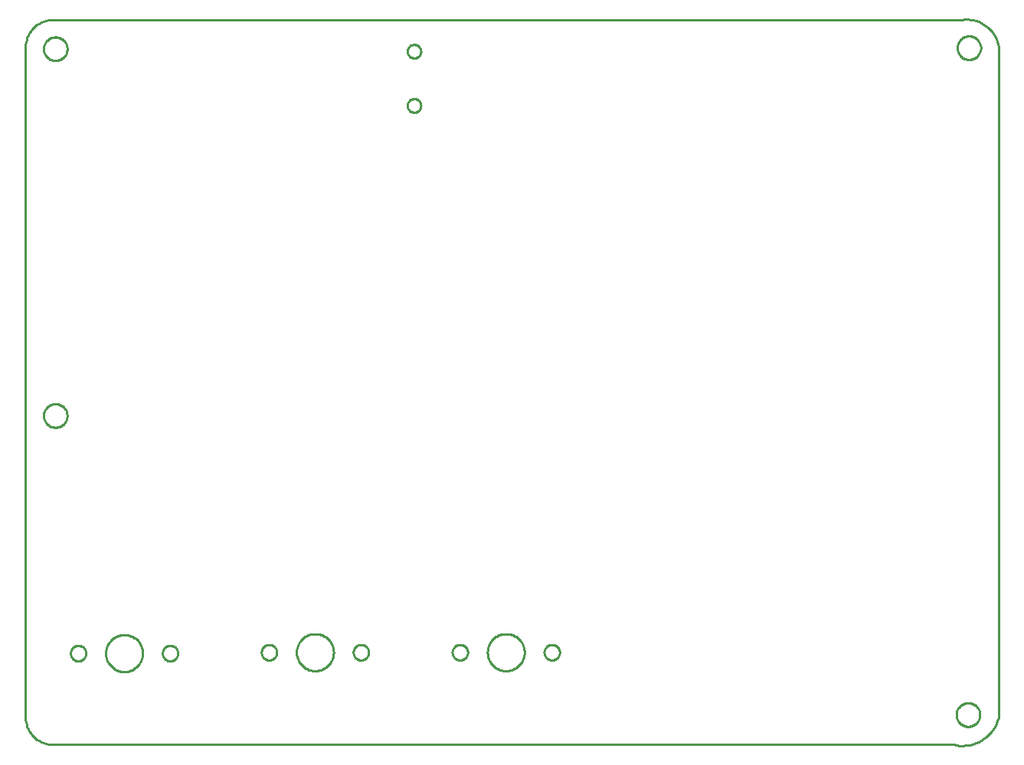
<source format=gbr>
G04 EAGLE Gerber RS-274X export*
G75*
%MOMM*%
%FSLAX34Y34*%
%LPD*%
%IN*%
%IPPOS*%
%AMOC8*
5,1,8,0,0,1.08239X$1,22.5*%
G01*
%ADD10C,0.254000*%


D10*
X-10000Y-20000D02*
X-9886Y-22615D01*
X-9544Y-25209D01*
X-8978Y-27765D01*
X-8191Y-30261D01*
X-7189Y-32679D01*
X-5981Y-35000D01*
X-4575Y-37207D01*
X-2981Y-39284D01*
X-1213Y-41213D01*
X716Y-42981D01*
X2793Y-44575D01*
X5000Y-45981D01*
X7321Y-47189D01*
X9739Y-48191D01*
X12235Y-48978D01*
X14791Y-49544D01*
X17385Y-49886D01*
X20000Y-50000D01*
X1015500Y-50000D01*
X1019024Y-50719D01*
X1022598Y-51129D01*
X1026193Y-51225D01*
X1029784Y-51008D01*
X1033342Y-50478D01*
X1036840Y-49641D01*
X1040252Y-48502D01*
X1043551Y-47070D01*
X1046713Y-45355D01*
X1049714Y-43372D01*
X1052530Y-41135D01*
X1055141Y-38660D01*
X1057526Y-35968D01*
X1059668Y-33078D01*
X1061549Y-30012D01*
X1063156Y-26794D01*
X1064476Y-23448D01*
X1065500Y-20000D01*
X1065500Y722200D01*
X1064931Y725231D01*
X1064100Y728202D01*
X1063013Y731088D01*
X1061679Y733869D01*
X1060108Y736523D01*
X1058311Y739030D01*
X1056302Y741371D01*
X1054098Y743528D01*
X1051713Y745484D01*
X1049167Y747226D01*
X1046479Y748738D01*
X1043670Y750011D01*
X1040760Y751034D01*
X1037772Y751799D01*
X1034729Y752302D01*
X1031654Y752537D01*
X1028569Y752503D01*
X1025500Y752200D01*
X20000Y752200D01*
X17385Y752086D01*
X14791Y751744D01*
X12235Y751178D01*
X9739Y750391D01*
X7321Y749389D01*
X5000Y748181D01*
X2793Y746775D01*
X716Y745181D01*
X-1213Y743413D01*
X-2981Y741484D01*
X-4575Y739407D01*
X-5981Y737200D01*
X-7189Y734879D01*
X-8191Y732461D01*
X-8978Y729965D01*
X-9544Y727409D01*
X-9886Y724815D01*
X-10000Y722200D01*
X-10000Y-20000D01*
X36000Y719536D02*
X35934Y718609D01*
X35802Y717690D01*
X35604Y716783D01*
X35343Y715892D01*
X35018Y715022D01*
X34632Y714177D01*
X34187Y713362D01*
X33685Y712581D01*
X33129Y711838D01*
X32521Y711136D01*
X31864Y710479D01*
X31162Y709871D01*
X30419Y709315D01*
X29638Y708813D01*
X28823Y708368D01*
X27978Y707982D01*
X27108Y707657D01*
X26217Y707396D01*
X25310Y707198D01*
X24391Y707066D01*
X23464Y707000D01*
X22536Y707000D01*
X21609Y707066D01*
X20690Y707198D01*
X19783Y707396D01*
X18892Y707657D01*
X18022Y707982D01*
X17177Y708368D01*
X16362Y708813D01*
X15581Y709315D01*
X14838Y709871D01*
X14136Y710479D01*
X13479Y711136D01*
X12871Y711838D01*
X12315Y712581D01*
X11813Y713362D01*
X11368Y714177D01*
X10982Y715022D01*
X10657Y715892D01*
X10396Y716783D01*
X10198Y717690D01*
X10066Y718609D01*
X10000Y719536D01*
X10000Y720464D01*
X10066Y721391D01*
X10198Y722310D01*
X10396Y723217D01*
X10657Y724108D01*
X10982Y724978D01*
X11368Y725823D01*
X11813Y726638D01*
X12315Y727419D01*
X12871Y728162D01*
X13479Y728864D01*
X14136Y729521D01*
X14838Y730129D01*
X15581Y730685D01*
X16362Y731187D01*
X17177Y731632D01*
X18022Y732018D01*
X18892Y732343D01*
X19783Y732604D01*
X20690Y732802D01*
X21609Y732934D01*
X22536Y733000D01*
X23464Y733000D01*
X24391Y732934D01*
X25310Y732802D01*
X26217Y732604D01*
X27108Y732343D01*
X27978Y732018D01*
X28823Y731632D01*
X29638Y731187D01*
X30419Y730685D01*
X31162Y730129D01*
X31864Y729521D01*
X32521Y728864D01*
X33129Y728162D01*
X33685Y727419D01*
X34187Y726638D01*
X34632Y725823D01*
X35018Y724978D01*
X35343Y724108D01*
X35604Y723217D01*
X35802Y722310D01*
X35934Y721391D01*
X36000Y720464D01*
X36000Y719536D01*
X1046000Y720536D02*
X1045934Y719609D01*
X1045802Y718690D01*
X1045604Y717783D01*
X1045343Y716892D01*
X1045018Y716022D01*
X1044632Y715177D01*
X1044187Y714362D01*
X1043685Y713581D01*
X1043129Y712838D01*
X1042521Y712136D01*
X1041864Y711479D01*
X1041162Y710871D01*
X1040419Y710315D01*
X1039638Y709813D01*
X1038823Y709368D01*
X1037978Y708982D01*
X1037108Y708657D01*
X1036217Y708396D01*
X1035310Y708198D01*
X1034391Y708066D01*
X1033464Y708000D01*
X1032536Y708000D01*
X1031609Y708066D01*
X1030690Y708198D01*
X1029783Y708396D01*
X1028892Y708657D01*
X1028022Y708982D01*
X1027177Y709368D01*
X1026362Y709813D01*
X1025581Y710315D01*
X1024838Y710871D01*
X1024136Y711479D01*
X1023479Y712136D01*
X1022871Y712838D01*
X1022315Y713581D01*
X1021813Y714362D01*
X1021368Y715177D01*
X1020982Y716022D01*
X1020657Y716892D01*
X1020396Y717783D01*
X1020198Y718690D01*
X1020066Y719609D01*
X1020000Y720536D01*
X1020000Y721464D01*
X1020066Y722391D01*
X1020198Y723310D01*
X1020396Y724217D01*
X1020657Y725108D01*
X1020982Y725978D01*
X1021368Y726823D01*
X1021813Y727638D01*
X1022315Y728419D01*
X1022871Y729162D01*
X1023479Y729864D01*
X1024136Y730521D01*
X1024838Y731129D01*
X1025581Y731685D01*
X1026362Y732187D01*
X1027177Y732632D01*
X1028022Y733018D01*
X1028892Y733343D01*
X1029783Y733604D01*
X1030690Y733802D01*
X1031609Y733934D01*
X1032536Y734000D01*
X1033464Y734000D01*
X1034391Y733934D01*
X1035310Y733802D01*
X1036217Y733604D01*
X1037108Y733343D01*
X1037978Y733018D01*
X1038823Y732632D01*
X1039638Y732187D01*
X1040419Y731685D01*
X1041162Y731129D01*
X1041864Y730521D01*
X1042521Y729864D01*
X1043129Y729162D01*
X1043685Y728419D01*
X1044187Y727638D01*
X1044632Y726823D01*
X1045018Y725978D01*
X1045343Y725108D01*
X1045604Y724217D01*
X1045802Y723310D01*
X1045934Y722391D01*
X1046000Y721464D01*
X1046000Y720536D01*
X1045000Y-17464D02*
X1044934Y-18391D01*
X1044802Y-19310D01*
X1044604Y-20217D01*
X1044343Y-21108D01*
X1044018Y-21978D01*
X1043632Y-22823D01*
X1043187Y-23638D01*
X1042685Y-24419D01*
X1042129Y-25162D01*
X1041521Y-25864D01*
X1040864Y-26521D01*
X1040162Y-27129D01*
X1039419Y-27685D01*
X1038638Y-28187D01*
X1037823Y-28632D01*
X1036978Y-29018D01*
X1036108Y-29343D01*
X1035217Y-29604D01*
X1034310Y-29802D01*
X1033391Y-29934D01*
X1032464Y-30000D01*
X1031536Y-30000D01*
X1030609Y-29934D01*
X1029690Y-29802D01*
X1028783Y-29604D01*
X1027892Y-29343D01*
X1027022Y-29018D01*
X1026177Y-28632D01*
X1025362Y-28187D01*
X1024581Y-27685D01*
X1023838Y-27129D01*
X1023136Y-26521D01*
X1022479Y-25864D01*
X1021871Y-25162D01*
X1021315Y-24419D01*
X1020813Y-23638D01*
X1020368Y-22823D01*
X1019982Y-21978D01*
X1019657Y-21108D01*
X1019396Y-20217D01*
X1019198Y-19310D01*
X1019066Y-18391D01*
X1019000Y-17464D01*
X1019000Y-16536D01*
X1019066Y-15609D01*
X1019198Y-14690D01*
X1019396Y-13783D01*
X1019657Y-12892D01*
X1019982Y-12022D01*
X1020368Y-11177D01*
X1020813Y-10362D01*
X1021315Y-9581D01*
X1021871Y-8838D01*
X1022479Y-8136D01*
X1023136Y-7479D01*
X1023838Y-6871D01*
X1024581Y-6315D01*
X1025362Y-5813D01*
X1026177Y-5368D01*
X1027022Y-4982D01*
X1027892Y-4657D01*
X1028783Y-4396D01*
X1029690Y-4198D01*
X1030609Y-4066D01*
X1031536Y-4000D01*
X1032464Y-4000D01*
X1033391Y-4066D01*
X1034310Y-4198D01*
X1035217Y-4396D01*
X1036108Y-4657D01*
X1036978Y-4982D01*
X1037823Y-5368D01*
X1038638Y-5813D01*
X1039419Y-6315D01*
X1040162Y-6871D01*
X1040864Y-7479D01*
X1041521Y-8136D01*
X1042129Y-8838D01*
X1042685Y-9581D01*
X1043187Y-10362D01*
X1043632Y-11177D01*
X1044018Y-12022D01*
X1044343Y-12892D01*
X1044604Y-13783D01*
X1044802Y-14690D01*
X1044934Y-15609D01*
X1045000Y-16536D01*
X1045000Y-17464D01*
X36000Y313536D02*
X35934Y312609D01*
X35802Y311690D01*
X35604Y310783D01*
X35343Y309892D01*
X35018Y309022D01*
X34632Y308177D01*
X34187Y307362D01*
X33685Y306581D01*
X33129Y305838D01*
X32521Y305136D01*
X31864Y304479D01*
X31162Y303871D01*
X30419Y303315D01*
X29638Y302813D01*
X28823Y302368D01*
X27978Y301982D01*
X27108Y301657D01*
X26217Y301396D01*
X25310Y301198D01*
X24391Y301066D01*
X23464Y301000D01*
X22536Y301000D01*
X21609Y301066D01*
X20690Y301198D01*
X19783Y301396D01*
X18892Y301657D01*
X18022Y301982D01*
X17177Y302368D01*
X16362Y302813D01*
X15581Y303315D01*
X14838Y303871D01*
X14136Y304479D01*
X13479Y305136D01*
X12871Y305838D01*
X12315Y306581D01*
X11813Y307362D01*
X11368Y308177D01*
X10982Y309022D01*
X10657Y309892D01*
X10396Y310783D01*
X10198Y311690D01*
X10066Y312609D01*
X10000Y313536D01*
X10000Y314464D01*
X10066Y315391D01*
X10198Y316310D01*
X10396Y317217D01*
X10657Y318108D01*
X10982Y318978D01*
X11368Y319823D01*
X11813Y320638D01*
X12315Y321419D01*
X12871Y322162D01*
X13479Y322864D01*
X14136Y323521D01*
X14838Y324129D01*
X15581Y324685D01*
X16362Y325187D01*
X17177Y325632D01*
X18022Y326018D01*
X18892Y326343D01*
X19783Y326604D01*
X20690Y326802D01*
X21609Y326934D01*
X22536Y327000D01*
X23464Y327000D01*
X24391Y326934D01*
X25310Y326802D01*
X26217Y326604D01*
X27108Y326343D01*
X27978Y326018D01*
X28823Y325632D01*
X29638Y325187D01*
X30419Y324685D01*
X31162Y324129D01*
X31864Y323521D01*
X32521Y322864D01*
X33129Y322162D01*
X33685Y321419D01*
X34187Y320638D01*
X34632Y319823D01*
X35018Y318978D01*
X35343Y318108D01*
X35604Y317217D01*
X35802Y316310D01*
X35934Y315391D01*
X36000Y314464D01*
X36000Y313536D01*
X78603Y51668D02*
X78678Y52901D01*
X78827Y54128D01*
X79049Y55343D01*
X79345Y56543D01*
X79713Y57723D01*
X80151Y58878D01*
X80658Y60005D01*
X81232Y61099D01*
X81871Y62157D01*
X82573Y63174D01*
X83336Y64146D01*
X84155Y65071D01*
X85029Y65945D01*
X85954Y66765D01*
X86926Y67527D01*
X87943Y68229D01*
X89001Y68868D01*
X90095Y69442D01*
X91222Y69949D01*
X92377Y70387D01*
X93557Y70755D01*
X94757Y71051D01*
X95972Y71273D01*
X97199Y71422D01*
X98432Y71497D01*
X99668Y71497D01*
X100901Y71422D01*
X102128Y71273D01*
X103343Y71051D01*
X104543Y70755D01*
X105723Y70387D01*
X106878Y69949D01*
X108005Y69442D01*
X109099Y68868D01*
X110157Y68229D01*
X111174Y67527D01*
X112146Y66765D01*
X113071Y65945D01*
X113945Y65071D01*
X114765Y64146D01*
X115527Y63174D01*
X116229Y62157D01*
X116868Y61099D01*
X117442Y60005D01*
X117949Y58878D01*
X118387Y57723D01*
X118755Y56543D01*
X119051Y55343D01*
X119273Y54128D01*
X119422Y52901D01*
X119497Y51668D01*
X119497Y50432D01*
X119422Y49199D01*
X119273Y47972D01*
X119051Y46757D01*
X118755Y45557D01*
X118387Y44377D01*
X117949Y43222D01*
X117442Y42095D01*
X116868Y41001D01*
X116229Y39943D01*
X115527Y38926D01*
X114765Y37954D01*
X113945Y37029D01*
X113071Y36155D01*
X112146Y35336D01*
X111174Y34573D01*
X110157Y33871D01*
X109099Y33232D01*
X108005Y32658D01*
X106878Y32151D01*
X105723Y31713D01*
X104543Y31345D01*
X103343Y31049D01*
X102128Y30827D01*
X100901Y30678D01*
X99668Y30603D01*
X98432Y30603D01*
X97199Y30678D01*
X95972Y30827D01*
X94757Y31049D01*
X93557Y31345D01*
X92377Y31713D01*
X91222Y32151D01*
X90095Y32658D01*
X89001Y33232D01*
X87943Y33871D01*
X86926Y34573D01*
X85954Y35336D01*
X85029Y36155D01*
X84155Y37029D01*
X83336Y37954D01*
X82573Y38926D01*
X81871Y39943D01*
X81232Y41001D01*
X80658Y42095D01*
X80151Y43222D01*
X79713Y44377D01*
X79345Y45557D01*
X79049Y46757D01*
X78827Y47972D01*
X78678Y49199D01*
X78603Y50432D01*
X78603Y51668D01*
X141316Y51423D02*
X141381Y52165D01*
X141510Y52899D01*
X141703Y53619D01*
X141958Y54319D01*
X142273Y54995D01*
X142645Y55640D01*
X143073Y56250D01*
X143552Y56821D01*
X144079Y57348D01*
X144650Y57827D01*
X145260Y58255D01*
X145906Y58627D01*
X146581Y58942D01*
X147281Y59197D01*
X148001Y59390D01*
X148735Y59519D01*
X149477Y59584D01*
X150223Y59584D01*
X150965Y59519D01*
X151699Y59390D01*
X152419Y59197D01*
X153119Y58942D01*
X153795Y58627D01*
X154440Y58255D01*
X155050Y57827D01*
X155621Y57348D01*
X156148Y56821D01*
X156627Y56250D01*
X157055Y55640D01*
X157427Y54995D01*
X157742Y54319D01*
X157997Y53619D01*
X158190Y52899D01*
X158319Y52165D01*
X158384Y51423D01*
X158384Y50677D01*
X158319Y49935D01*
X158190Y49201D01*
X157997Y48481D01*
X157742Y47781D01*
X157427Y47106D01*
X157055Y46460D01*
X156627Y45850D01*
X156148Y45279D01*
X155621Y44752D01*
X155050Y44273D01*
X154440Y43845D01*
X153795Y43473D01*
X153119Y43158D01*
X152419Y42903D01*
X151699Y42710D01*
X150965Y42581D01*
X150223Y42516D01*
X149477Y42516D01*
X148735Y42581D01*
X148001Y42710D01*
X147281Y42903D01*
X146581Y43158D01*
X145906Y43473D01*
X145260Y43845D01*
X144650Y44273D01*
X144079Y44752D01*
X143552Y45279D01*
X143073Y45850D01*
X142645Y46460D01*
X142273Y47106D01*
X141958Y47781D01*
X141703Y48481D01*
X141510Y49201D01*
X141381Y49935D01*
X141316Y50677D01*
X141316Y51423D01*
X39716Y51423D02*
X39781Y52165D01*
X39910Y52899D01*
X40103Y53619D01*
X40358Y54319D01*
X40673Y54995D01*
X41045Y55640D01*
X41473Y56250D01*
X41952Y56821D01*
X42479Y57348D01*
X43050Y57827D01*
X43660Y58255D01*
X44306Y58627D01*
X44981Y58942D01*
X45681Y59197D01*
X46401Y59390D01*
X47135Y59519D01*
X47877Y59584D01*
X48623Y59584D01*
X49365Y59519D01*
X50099Y59390D01*
X50819Y59197D01*
X51519Y58942D01*
X52195Y58627D01*
X52840Y58255D01*
X53450Y57827D01*
X54021Y57348D01*
X54548Y56821D01*
X55027Y56250D01*
X55455Y55640D01*
X55827Y54995D01*
X56142Y54319D01*
X56397Y53619D01*
X56590Y52899D01*
X56719Y52165D01*
X56784Y51423D01*
X56784Y50677D01*
X56719Y49935D01*
X56590Y49201D01*
X56397Y48481D01*
X56142Y47781D01*
X55827Y47106D01*
X55455Y46460D01*
X55027Y45850D01*
X54548Y45279D01*
X54021Y44752D01*
X53450Y44273D01*
X52840Y43845D01*
X52195Y43473D01*
X51519Y43158D01*
X50819Y42903D01*
X50099Y42710D01*
X49365Y42581D01*
X48623Y42516D01*
X47877Y42516D01*
X47135Y42581D01*
X46401Y42710D01*
X45681Y42903D01*
X44981Y43158D01*
X44306Y43473D01*
X43660Y43845D01*
X43050Y44273D01*
X42479Y44752D01*
X41952Y45279D01*
X41473Y45850D01*
X41045Y46460D01*
X40673Y47106D01*
X40358Y47781D01*
X40103Y48481D01*
X39910Y49201D01*
X39781Y49935D01*
X39716Y50677D01*
X39716Y51423D01*
X289603Y52668D02*
X289678Y53901D01*
X289827Y55128D01*
X290049Y56343D01*
X290345Y57543D01*
X290713Y58723D01*
X291151Y59878D01*
X291658Y61005D01*
X292232Y62099D01*
X292871Y63157D01*
X293573Y64174D01*
X294336Y65146D01*
X295155Y66071D01*
X296029Y66945D01*
X296954Y67765D01*
X297926Y68527D01*
X298943Y69229D01*
X300001Y69868D01*
X301095Y70442D01*
X302222Y70949D01*
X303377Y71387D01*
X304557Y71755D01*
X305757Y72051D01*
X306972Y72273D01*
X308199Y72422D01*
X309432Y72497D01*
X310668Y72497D01*
X311901Y72422D01*
X313128Y72273D01*
X314343Y72051D01*
X315543Y71755D01*
X316723Y71387D01*
X317878Y70949D01*
X319005Y70442D01*
X320099Y69868D01*
X321157Y69229D01*
X322174Y68527D01*
X323146Y67765D01*
X324071Y66945D01*
X324945Y66071D01*
X325765Y65146D01*
X326527Y64174D01*
X327229Y63157D01*
X327868Y62099D01*
X328442Y61005D01*
X328949Y59878D01*
X329387Y58723D01*
X329755Y57543D01*
X330051Y56343D01*
X330273Y55128D01*
X330422Y53901D01*
X330497Y52668D01*
X330497Y51432D01*
X330422Y50199D01*
X330273Y48972D01*
X330051Y47757D01*
X329755Y46557D01*
X329387Y45377D01*
X328949Y44222D01*
X328442Y43095D01*
X327868Y42001D01*
X327229Y40943D01*
X326527Y39926D01*
X325765Y38954D01*
X324945Y38029D01*
X324071Y37155D01*
X323146Y36336D01*
X322174Y35573D01*
X321157Y34871D01*
X320099Y34232D01*
X319005Y33658D01*
X317878Y33151D01*
X316723Y32713D01*
X315543Y32345D01*
X314343Y32049D01*
X313128Y31827D01*
X311901Y31678D01*
X310668Y31603D01*
X309432Y31603D01*
X308199Y31678D01*
X306972Y31827D01*
X305757Y32049D01*
X304557Y32345D01*
X303377Y32713D01*
X302222Y33151D01*
X301095Y33658D01*
X300001Y34232D01*
X298943Y34871D01*
X297926Y35573D01*
X296954Y36336D01*
X296029Y37155D01*
X295155Y38029D01*
X294336Y38954D01*
X293573Y39926D01*
X292871Y40943D01*
X292232Y42001D01*
X291658Y43095D01*
X291151Y44222D01*
X290713Y45377D01*
X290345Y46557D01*
X290049Y47757D01*
X289827Y48972D01*
X289678Y50199D01*
X289603Y51432D01*
X289603Y52668D01*
X352316Y52423D02*
X352381Y53165D01*
X352510Y53899D01*
X352703Y54619D01*
X352958Y55319D01*
X353273Y55995D01*
X353645Y56640D01*
X354073Y57250D01*
X354552Y57821D01*
X355079Y58348D01*
X355650Y58827D01*
X356260Y59255D01*
X356906Y59627D01*
X357581Y59942D01*
X358281Y60197D01*
X359001Y60390D01*
X359735Y60519D01*
X360477Y60584D01*
X361223Y60584D01*
X361965Y60519D01*
X362699Y60390D01*
X363419Y60197D01*
X364119Y59942D01*
X364795Y59627D01*
X365440Y59255D01*
X366050Y58827D01*
X366621Y58348D01*
X367148Y57821D01*
X367627Y57250D01*
X368055Y56640D01*
X368427Y55995D01*
X368742Y55319D01*
X368997Y54619D01*
X369190Y53899D01*
X369319Y53165D01*
X369384Y52423D01*
X369384Y51677D01*
X369319Y50935D01*
X369190Y50201D01*
X368997Y49481D01*
X368742Y48781D01*
X368427Y48106D01*
X368055Y47460D01*
X367627Y46850D01*
X367148Y46279D01*
X366621Y45752D01*
X366050Y45273D01*
X365440Y44845D01*
X364795Y44473D01*
X364119Y44158D01*
X363419Y43903D01*
X362699Y43710D01*
X361965Y43581D01*
X361223Y43516D01*
X360477Y43516D01*
X359735Y43581D01*
X359001Y43710D01*
X358281Y43903D01*
X357581Y44158D01*
X356906Y44473D01*
X356260Y44845D01*
X355650Y45273D01*
X355079Y45752D01*
X354552Y46279D01*
X354073Y46850D01*
X353645Y47460D01*
X353273Y48106D01*
X352958Y48781D01*
X352703Y49481D01*
X352510Y50201D01*
X352381Y50935D01*
X352316Y51677D01*
X352316Y52423D01*
X250716Y52423D02*
X250781Y53165D01*
X250910Y53899D01*
X251103Y54619D01*
X251358Y55319D01*
X251673Y55995D01*
X252045Y56640D01*
X252473Y57250D01*
X252952Y57821D01*
X253479Y58348D01*
X254050Y58827D01*
X254660Y59255D01*
X255306Y59627D01*
X255981Y59942D01*
X256681Y60197D01*
X257401Y60390D01*
X258135Y60519D01*
X258877Y60584D01*
X259623Y60584D01*
X260365Y60519D01*
X261099Y60390D01*
X261819Y60197D01*
X262519Y59942D01*
X263195Y59627D01*
X263840Y59255D01*
X264450Y58827D01*
X265021Y58348D01*
X265548Y57821D01*
X266027Y57250D01*
X266455Y56640D01*
X266827Y55995D01*
X267142Y55319D01*
X267397Y54619D01*
X267590Y53899D01*
X267719Y53165D01*
X267784Y52423D01*
X267784Y51677D01*
X267719Y50935D01*
X267590Y50201D01*
X267397Y49481D01*
X267142Y48781D01*
X266827Y48106D01*
X266455Y47460D01*
X266027Y46850D01*
X265548Y46279D01*
X265021Y45752D01*
X264450Y45273D01*
X263840Y44845D01*
X263195Y44473D01*
X262519Y44158D01*
X261819Y43903D01*
X261099Y43710D01*
X260365Y43581D01*
X259623Y43516D01*
X258877Y43516D01*
X258135Y43581D01*
X257401Y43710D01*
X256681Y43903D01*
X255981Y44158D01*
X255306Y44473D01*
X254660Y44845D01*
X254050Y45273D01*
X253479Y45752D01*
X252952Y46279D01*
X252473Y46850D01*
X252045Y47460D01*
X251673Y48106D01*
X251358Y48781D01*
X251103Y49481D01*
X250910Y50201D01*
X250781Y50935D01*
X250716Y51677D01*
X250716Y52423D01*
X500603Y52668D02*
X500678Y53901D01*
X500827Y55128D01*
X501049Y56343D01*
X501345Y57543D01*
X501713Y58723D01*
X502151Y59878D01*
X502658Y61005D01*
X503232Y62099D01*
X503871Y63157D01*
X504573Y64174D01*
X505336Y65146D01*
X506155Y66071D01*
X507029Y66945D01*
X507954Y67765D01*
X508926Y68527D01*
X509943Y69229D01*
X511001Y69868D01*
X512095Y70442D01*
X513222Y70949D01*
X514377Y71387D01*
X515557Y71755D01*
X516757Y72051D01*
X517972Y72273D01*
X519199Y72422D01*
X520432Y72497D01*
X521668Y72497D01*
X522901Y72422D01*
X524128Y72273D01*
X525343Y72051D01*
X526543Y71755D01*
X527723Y71387D01*
X528878Y70949D01*
X530005Y70442D01*
X531099Y69868D01*
X532157Y69229D01*
X533174Y68527D01*
X534146Y67765D01*
X535071Y66945D01*
X535945Y66071D01*
X536765Y65146D01*
X537527Y64174D01*
X538229Y63157D01*
X538868Y62099D01*
X539442Y61005D01*
X539949Y59878D01*
X540387Y58723D01*
X540755Y57543D01*
X541051Y56343D01*
X541273Y55128D01*
X541422Y53901D01*
X541497Y52668D01*
X541497Y51432D01*
X541422Y50199D01*
X541273Y48972D01*
X541051Y47757D01*
X540755Y46557D01*
X540387Y45377D01*
X539949Y44222D01*
X539442Y43095D01*
X538868Y42001D01*
X538229Y40943D01*
X537527Y39926D01*
X536765Y38954D01*
X535945Y38029D01*
X535071Y37155D01*
X534146Y36336D01*
X533174Y35573D01*
X532157Y34871D01*
X531099Y34232D01*
X530005Y33658D01*
X528878Y33151D01*
X527723Y32713D01*
X526543Y32345D01*
X525343Y32049D01*
X524128Y31827D01*
X522901Y31678D01*
X521668Y31603D01*
X520432Y31603D01*
X519199Y31678D01*
X517972Y31827D01*
X516757Y32049D01*
X515557Y32345D01*
X514377Y32713D01*
X513222Y33151D01*
X512095Y33658D01*
X511001Y34232D01*
X509943Y34871D01*
X508926Y35573D01*
X507954Y36336D01*
X507029Y37155D01*
X506155Y38029D01*
X505336Y38954D01*
X504573Y39926D01*
X503871Y40943D01*
X503232Y42001D01*
X502658Y43095D01*
X502151Y44222D01*
X501713Y45377D01*
X501345Y46557D01*
X501049Y47757D01*
X500827Y48972D01*
X500678Y50199D01*
X500603Y51432D01*
X500603Y52668D01*
X563316Y52423D02*
X563381Y53165D01*
X563510Y53899D01*
X563703Y54619D01*
X563958Y55319D01*
X564273Y55995D01*
X564645Y56640D01*
X565073Y57250D01*
X565552Y57821D01*
X566079Y58348D01*
X566650Y58827D01*
X567260Y59255D01*
X567906Y59627D01*
X568581Y59942D01*
X569281Y60197D01*
X570001Y60390D01*
X570735Y60519D01*
X571477Y60584D01*
X572223Y60584D01*
X572965Y60519D01*
X573699Y60390D01*
X574419Y60197D01*
X575119Y59942D01*
X575795Y59627D01*
X576440Y59255D01*
X577050Y58827D01*
X577621Y58348D01*
X578148Y57821D01*
X578627Y57250D01*
X579055Y56640D01*
X579427Y55995D01*
X579742Y55319D01*
X579997Y54619D01*
X580190Y53899D01*
X580319Y53165D01*
X580384Y52423D01*
X580384Y51677D01*
X580319Y50935D01*
X580190Y50201D01*
X579997Y49481D01*
X579742Y48781D01*
X579427Y48106D01*
X579055Y47460D01*
X578627Y46850D01*
X578148Y46279D01*
X577621Y45752D01*
X577050Y45273D01*
X576440Y44845D01*
X575795Y44473D01*
X575119Y44158D01*
X574419Y43903D01*
X573699Y43710D01*
X572965Y43581D01*
X572223Y43516D01*
X571477Y43516D01*
X570735Y43581D01*
X570001Y43710D01*
X569281Y43903D01*
X568581Y44158D01*
X567906Y44473D01*
X567260Y44845D01*
X566650Y45273D01*
X566079Y45752D01*
X565552Y46279D01*
X565073Y46850D01*
X564645Y47460D01*
X564273Y48106D01*
X563958Y48781D01*
X563703Y49481D01*
X563510Y50201D01*
X563381Y50935D01*
X563316Y51677D01*
X563316Y52423D01*
X461716Y52423D02*
X461781Y53165D01*
X461910Y53899D01*
X462103Y54619D01*
X462358Y55319D01*
X462673Y55995D01*
X463045Y56640D01*
X463473Y57250D01*
X463952Y57821D01*
X464479Y58348D01*
X465050Y58827D01*
X465660Y59255D01*
X466306Y59627D01*
X466981Y59942D01*
X467681Y60197D01*
X468401Y60390D01*
X469135Y60519D01*
X469877Y60584D01*
X470623Y60584D01*
X471365Y60519D01*
X472099Y60390D01*
X472819Y60197D01*
X473519Y59942D01*
X474195Y59627D01*
X474840Y59255D01*
X475450Y58827D01*
X476021Y58348D01*
X476548Y57821D01*
X477027Y57250D01*
X477455Y56640D01*
X477827Y55995D01*
X478142Y55319D01*
X478397Y54619D01*
X478590Y53899D01*
X478719Y53165D01*
X478784Y52423D01*
X478784Y51677D01*
X478719Y50935D01*
X478590Y50201D01*
X478397Y49481D01*
X478142Y48781D01*
X477827Y48106D01*
X477455Y47460D01*
X477027Y46850D01*
X476548Y46279D01*
X476021Y45752D01*
X475450Y45273D01*
X474840Y44845D01*
X474195Y44473D01*
X473519Y44158D01*
X472819Y43903D01*
X472099Y43710D01*
X471365Y43581D01*
X470623Y43516D01*
X469877Y43516D01*
X469135Y43581D01*
X468401Y43710D01*
X467681Y43903D01*
X466981Y44158D01*
X466306Y44473D01*
X465660Y44845D01*
X465050Y45273D01*
X464479Y45752D01*
X463952Y46279D01*
X463473Y46850D01*
X463045Y47460D01*
X462673Y48106D01*
X462358Y48781D01*
X462103Y49481D01*
X461910Y50201D01*
X461781Y50935D01*
X461716Y51677D01*
X461716Y52423D01*
X419910Y724692D02*
X420644Y724620D01*
X421367Y724476D01*
X422072Y724262D01*
X422753Y723980D01*
X423402Y723633D01*
X424015Y723223D01*
X424585Y722756D01*
X425106Y722235D01*
X425573Y721665D01*
X425983Y721052D01*
X426330Y720403D01*
X426612Y719722D01*
X426826Y719017D01*
X426970Y718294D01*
X427042Y717560D01*
X427042Y716824D01*
X426970Y716090D01*
X426826Y715367D01*
X426612Y714662D01*
X426330Y713981D01*
X425983Y713332D01*
X425573Y712719D01*
X425106Y712149D01*
X424585Y711628D01*
X424015Y711161D01*
X423402Y710751D01*
X422753Y710404D01*
X422072Y710122D01*
X421367Y709908D01*
X420644Y709764D01*
X419910Y709692D01*
X419174Y709692D01*
X418440Y709764D01*
X417717Y709908D01*
X417012Y710122D01*
X416331Y710404D01*
X415682Y710751D01*
X415069Y711161D01*
X414499Y711628D01*
X413978Y712149D01*
X413511Y712719D01*
X413101Y713332D01*
X412754Y713981D01*
X412472Y714662D01*
X412258Y715367D01*
X412114Y716090D01*
X412042Y716824D01*
X412042Y717560D01*
X412114Y718294D01*
X412258Y719017D01*
X412472Y719722D01*
X412754Y720403D01*
X413101Y721052D01*
X413511Y721665D01*
X413978Y722235D01*
X414499Y722756D01*
X415069Y723223D01*
X415682Y723633D01*
X416331Y723980D01*
X417012Y724262D01*
X417717Y724476D01*
X418440Y724620D01*
X419174Y724692D01*
X419910Y724692D01*
X419910Y664692D02*
X420644Y664620D01*
X421367Y664476D01*
X422072Y664262D01*
X422753Y663980D01*
X423402Y663633D01*
X424015Y663223D01*
X424585Y662756D01*
X425106Y662235D01*
X425573Y661665D01*
X425983Y661052D01*
X426330Y660403D01*
X426612Y659722D01*
X426826Y659017D01*
X426970Y658294D01*
X427042Y657560D01*
X427042Y656824D01*
X426970Y656090D01*
X426826Y655367D01*
X426612Y654662D01*
X426330Y653981D01*
X425983Y653332D01*
X425573Y652719D01*
X425106Y652149D01*
X424585Y651628D01*
X424015Y651161D01*
X423402Y650751D01*
X422753Y650404D01*
X422072Y650122D01*
X421367Y649908D01*
X420644Y649764D01*
X419910Y649692D01*
X419174Y649692D01*
X418440Y649764D01*
X417717Y649908D01*
X417012Y650122D01*
X416331Y650404D01*
X415682Y650751D01*
X415069Y651161D01*
X414499Y651628D01*
X413978Y652149D01*
X413511Y652719D01*
X413101Y653332D01*
X412754Y653981D01*
X412472Y654662D01*
X412258Y655367D01*
X412114Y656090D01*
X412042Y656824D01*
X412042Y657560D01*
X412114Y658294D01*
X412258Y659017D01*
X412472Y659722D01*
X412754Y660403D01*
X413101Y661052D01*
X413511Y661665D01*
X413978Y662235D01*
X414499Y662756D01*
X415069Y663223D01*
X415682Y663633D01*
X416331Y663980D01*
X417012Y664262D01*
X417717Y664476D01*
X418440Y664620D01*
X419174Y664692D01*
X419910Y664692D01*
M02*

</source>
